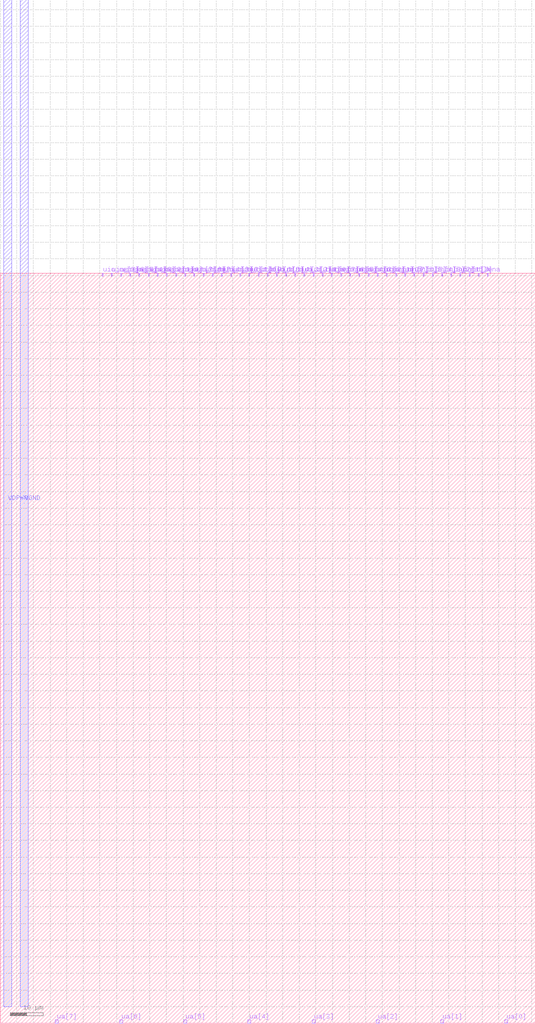
<source format=lef>
VERSION 5.7 ;
  NOWIREEXTENSIONATPIN ON ;
  DIVIDERCHAR "/" ;
  BUSBITCHARS "[]" ;
MACRO tt_um_sar_adc_tmandic
  CLASS BLOCK ;
  FOREIGN tt_um_sar_adc_tmandic ;
  ORIGIN 0.000 0.000 ;
  SIZE 161.000 BY 225.760 ;
  PIN clk
    DIRECTION INPUT ;
    USE SIGNAL ;
    PORT
      LAYER Metal4 ;
        RECT 143.830 224.760 144.130 225.760 ;
    END
  END clk
  PIN ena
    DIRECTION INPUT ;
    USE SIGNAL ;
    PORT
      LAYER Metal4 ;
        RECT 146.590 224.760 146.890 225.760 ;
    END
  END ena
  PIN rst_n
    DIRECTION INPUT ;
    USE SIGNAL ;
    PORT
      LAYER Metal4 ;
        RECT 141.070 224.760 141.370 225.760 ;
    END
  END rst_n
  PIN ua[0]
    DIRECTION INOUT ;
    USE SIGNAL ;
    PORT
      LAYER Metal4 ;
        RECT 151.810 0.000 152.710 1.000 ;
    END
  END ua[0]
  PIN ua[1]
    DIRECTION INOUT ;
    USE SIGNAL ;
    PORT
      LAYER Metal4 ;
        RECT 132.490 0.000 133.390 1.000 ;
    END
  END ua[1]
  PIN ua[2]
    DIRECTION INOUT ;
    USE SIGNAL ;
    PORT
      LAYER Metal4 ;
        RECT 113.170 0.000 114.070 1.000 ;
    END
  END ua[2]
  PIN ua[3]
    DIRECTION INOUT ;
    USE SIGNAL ;
    PORT
      LAYER Metal4 ;
        RECT 93.850 0.000 94.750 1.000 ;
    END
  END ua[3]
  PIN ua[4]
    DIRECTION INOUT ;
    USE SIGNAL ;
    PORT
      LAYER Metal4 ;
        RECT 74.530 0.000 75.430 1.000 ;
    END
  END ua[4]
  PIN ua[5]
    DIRECTION INOUT ;
    USE SIGNAL ;
    PORT
      LAYER Metal4 ;
        RECT 55.210 0.000 56.110 1.000 ;
    END
  END ua[5]
  PIN ua[6]
    DIRECTION INOUT ;
    USE SIGNAL ;
    PORT
      LAYER Metal4 ;
        RECT 35.890 0.000 36.790 1.000 ;
    END
  END ua[6]
  PIN ua[7]
    DIRECTION INOUT ;
    USE SIGNAL ;
    PORT
      LAYER Metal4 ;
        RECT 16.570 0.000 17.470 1.000 ;
    END
  END ua[7]
  PIN ui_in[0]
    DIRECTION INPUT ;
    USE SIGNAL ;
    PORT
      LAYER Metal4 ;
        RECT 138.310 224.760 138.610 225.760 ;
    END
  END ui_in[0]
  PIN ui_in[1]
    DIRECTION INPUT ;
    USE SIGNAL ;
    PORT
      LAYER Metal4 ;
        RECT 135.550 224.760 135.850 225.760 ;
    END
  END ui_in[1]
  PIN ui_in[2]
    DIRECTION INPUT ;
    USE SIGNAL ;
    PORT
      LAYER Metal4 ;
        RECT 132.790 224.760 133.090 225.760 ;
    END
  END ui_in[2]
  PIN ui_in[3]
    DIRECTION INPUT ;
    USE SIGNAL ;
    PORT
      LAYER Metal4 ;
        RECT 130.030 224.760 130.330 225.760 ;
    END
  END ui_in[3]
  PIN ui_in[4]
    DIRECTION INPUT ;
    USE SIGNAL ;
    PORT
      LAYER Metal4 ;
        RECT 127.270 224.760 127.570 225.760 ;
    END
  END ui_in[4]
  PIN ui_in[5]
    DIRECTION INPUT ;
    USE SIGNAL ;
    PORT
      LAYER Metal4 ;
        RECT 124.510 224.760 124.810 225.760 ;
    END
  END ui_in[5]
  PIN ui_in[6]
    DIRECTION INPUT ;
    USE SIGNAL ;
    PORT
      LAYER Metal4 ;
        RECT 121.750 224.760 122.050 225.760 ;
    END
  END ui_in[6]
  PIN ui_in[7]
    DIRECTION INPUT ;
    USE SIGNAL ;
    PORT
      LAYER Metal4 ;
        RECT 118.990 224.760 119.290 225.760 ;
    END
  END ui_in[7]
  PIN uio_in[0]
    DIRECTION INPUT ;
    USE SIGNAL ;
    PORT
      LAYER Metal4 ;
        RECT 116.230 224.760 116.530 225.760 ;
    END
  END uio_in[0]
  PIN uio_in[1]
    DIRECTION INPUT ;
    USE SIGNAL ;
    PORT
      LAYER Metal4 ;
        RECT 113.470 224.760 113.770 225.760 ;
    END
  END uio_in[1]
  PIN uio_in[2]
    DIRECTION INPUT ;
    USE SIGNAL ;
    PORT
      LAYER Metal4 ;
        RECT 110.710 224.760 111.010 225.760 ;
    END
  END uio_in[2]
  PIN uio_in[3]
    DIRECTION INPUT ;
    USE SIGNAL ;
    PORT
      LAYER Metal4 ;
        RECT 107.950 224.760 108.250 225.760 ;
    END
  END uio_in[3]
  PIN uio_in[4]
    DIRECTION INPUT ;
    USE SIGNAL ;
    PORT
      LAYER Metal4 ;
        RECT 105.190 224.760 105.490 225.760 ;
    END
  END uio_in[4]
  PIN uio_in[5]
    DIRECTION INPUT ;
    USE SIGNAL ;
    PORT
      LAYER Metal4 ;
        RECT 102.430 224.760 102.730 225.760 ;
    END
  END uio_in[5]
  PIN uio_in[6]
    DIRECTION INPUT ;
    USE SIGNAL ;
    PORT
      LAYER Metal4 ;
        RECT 99.670 224.760 99.970 225.760 ;
    END
  END uio_in[6]
  PIN uio_in[7]
    DIRECTION INPUT ;
    USE SIGNAL ;
    PORT
      LAYER Metal4 ;
        RECT 96.910 224.760 97.210 225.760 ;
    END
  END uio_in[7]
  PIN uio_oe[0]
    DIRECTION OUTPUT ;
    USE SIGNAL ;
    PORT
      LAYER Metal4 ;
        RECT 49.990 224.760 50.290 225.760 ;
    END
  END uio_oe[0]
  PIN uio_oe[1]
    DIRECTION OUTPUT ;
    USE SIGNAL ;
    PORT
      LAYER Metal4 ;
        RECT 47.230 224.760 47.530 225.760 ;
    END
  END uio_oe[1]
  PIN uio_oe[2]
    DIRECTION OUTPUT ;
    USE SIGNAL ;
    PORT
      LAYER Metal4 ;
        RECT 44.470 224.760 44.770 225.760 ;
    END
  END uio_oe[2]
  PIN uio_oe[3]
    DIRECTION OUTPUT ;
    USE SIGNAL ;
    PORT
      LAYER Metal4 ;
        RECT 41.710 224.760 42.010 225.760 ;
    END
  END uio_oe[3]
  PIN uio_oe[4]
    DIRECTION OUTPUT ;
    USE SIGNAL ;
    PORT
      LAYER Metal4 ;
        RECT 38.950 224.760 39.250 225.760 ;
    END
  END uio_oe[4]
  PIN uio_oe[5]
    DIRECTION OUTPUT ;
    USE SIGNAL ;
    PORT
      LAYER Metal4 ;
        RECT 36.190 224.760 36.490 225.760 ;
    END
  END uio_oe[5]
  PIN uio_oe[6]
    DIRECTION OUTPUT ;
    USE SIGNAL ;
    PORT
      LAYER Metal4 ;
        RECT 33.430 224.760 33.730 225.760 ;
    END
  END uio_oe[6]
  PIN uio_oe[7]
    DIRECTION OUTPUT ;
    USE SIGNAL ;
    PORT
      LAYER Metal4 ;
        RECT 30.670 224.760 30.970 225.760 ;
    END
  END uio_oe[7]
  PIN uio_out[0]
    DIRECTION OUTPUT ;
    USE SIGNAL ;
    PORT
      LAYER Metal4 ;
        RECT 72.070 224.760 72.370 225.760 ;
    END
  END uio_out[0]
  PIN uio_out[1]
    DIRECTION OUTPUT ;
    USE SIGNAL ;
    PORT
      LAYER Metal4 ;
        RECT 69.310 224.760 69.610 225.760 ;
    END
  END uio_out[1]
  PIN uio_out[2]
    DIRECTION OUTPUT ;
    USE SIGNAL ;
    PORT
      LAYER Metal4 ;
        RECT 66.550 224.760 66.850 225.760 ;
    END
  END uio_out[2]
  PIN uio_out[3]
    DIRECTION OUTPUT ;
    USE SIGNAL ;
    PORT
      LAYER Metal4 ;
        RECT 63.790 224.760 64.090 225.760 ;
    END
  END uio_out[3]
  PIN uio_out[4]
    DIRECTION OUTPUT ;
    USE SIGNAL ;
    PORT
      LAYER Metal4 ;
        RECT 61.030 224.760 61.330 225.760 ;
    END
  END uio_out[4]
  PIN uio_out[5]
    DIRECTION OUTPUT ;
    USE SIGNAL ;
    PORT
      LAYER Metal4 ;
        RECT 58.270 224.760 58.570 225.760 ;
    END
  END uio_out[5]
  PIN uio_out[6]
    DIRECTION OUTPUT ;
    USE SIGNAL ;
    PORT
      LAYER Metal4 ;
        RECT 55.510 224.760 55.810 225.760 ;
    END
  END uio_out[6]
  PIN uio_out[7]
    DIRECTION OUTPUT ;
    USE SIGNAL ;
    PORT
      LAYER Metal4 ;
        RECT 52.750 224.760 53.050 225.760 ;
    END
  END uio_out[7]
  PIN uo_out[0]
    DIRECTION OUTPUT ;
    USE SIGNAL ;
    PORT
      LAYER Metal4 ;
        RECT 94.150 224.760 94.450 225.760 ;
    END
  END uo_out[0]
  PIN uo_out[1]
    DIRECTION OUTPUT ;
    USE SIGNAL ;
    PORT
      LAYER Metal4 ;
        RECT 91.390 224.760 91.690 225.760 ;
    END
  END uo_out[1]
  PIN uo_out[2]
    DIRECTION OUTPUT ;
    USE SIGNAL ;
    PORT
      LAYER Metal4 ;
        RECT 88.630 224.760 88.930 225.760 ;
    END
  END uo_out[2]
  PIN uo_out[3]
    DIRECTION OUTPUT ;
    USE SIGNAL ;
    PORT
      LAYER Metal4 ;
        RECT 85.870 224.760 86.170 225.760 ;
    END
  END uo_out[3]
  PIN uo_out[4]
    DIRECTION OUTPUT ;
    USE SIGNAL ;
    PORT
      LAYER Metal4 ;
        RECT 83.110 224.760 83.410 225.760 ;
    END
  END uo_out[4]
  PIN uo_out[5]
    DIRECTION OUTPUT ;
    USE SIGNAL ;
    PORT
      LAYER Metal4 ;
        RECT 80.350 224.760 80.650 225.760 ;
    END
  END uo_out[5]
  PIN uo_out[6]
    DIRECTION OUTPUT ;
    USE SIGNAL ;
    PORT
      LAYER Metal4 ;
        RECT 77.590 224.760 77.890 225.760 ;
    END
  END uo_out[6]
  PIN uo_out[7]
    DIRECTION OUTPUT ;
    USE SIGNAL ;
    PORT
      LAYER Metal4 ;
        RECT 74.830 224.760 75.130 225.760 ;
    END
  END uo_out[7]
  PIN VDPWR
    DIRECTION INOUT ;
    USE POWER ;
    PORT
      LAYER TopMetal1 ;
        RECT 1.000 5.000 3.400 308.000 ;
    END
  END VDPWR
  PIN VGND
    DIRECTION INOUT ;
    USE GROUND ;
    PORT
      LAYER TopMetal1 ;
        RECT 6.000 5.000 8.400 308.000 ;
    END
  END VGND
END tt_um_sar_adc_tmandic
END LIBRARY


</source>
